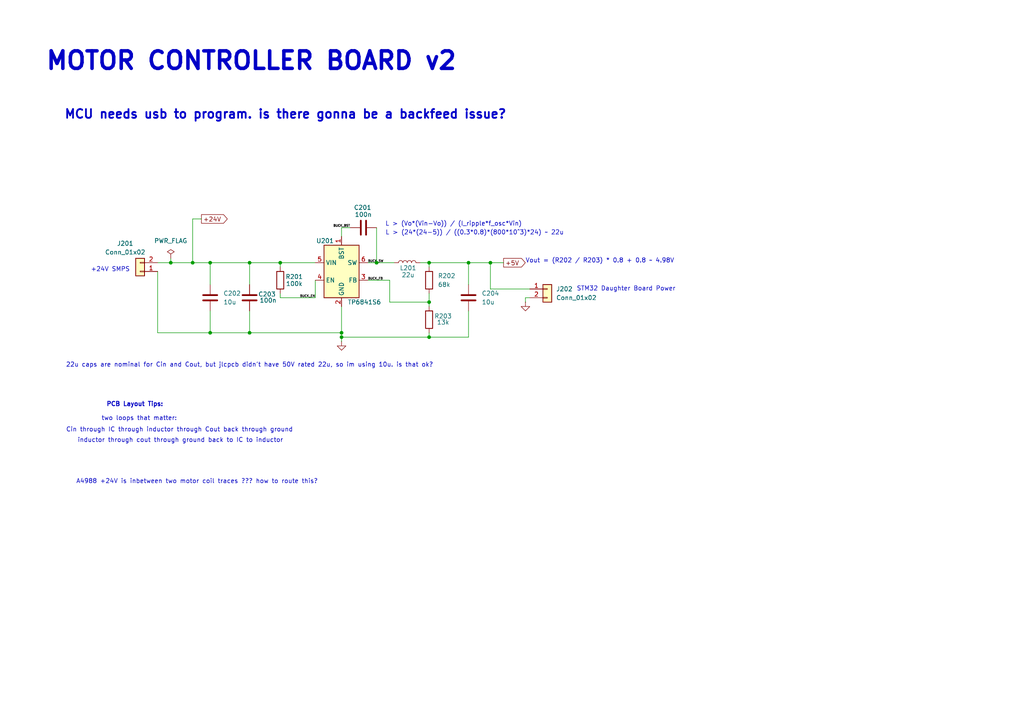
<source format=kicad_sch>
(kicad_sch (version 20250114) (generator "eeschema") (generator_version "9.0")
  (paper "A4")
  (lib_symbols
    (symbol "Connector_Generic:Conn_01x02" (pin_names (offset 1.016) (hide yes))
      (property "Reference" "J" (at 0 2.54 0))
      (property "Value" "Conn_01x02" (at 0 -5.08 0))
      (symbol "Conn_01x02_1_1"
        (rectangle (start -1.27 1.27) (end 1.27 -3.81) (stroke (width 0.254)) (fill (type background)))
        (rectangle (start -1.27 0.127) (end 0 -0.127) (stroke (width 0.1524)))
        (rectangle (start -1.27 -2.413) (end 0 -2.667) (stroke (width 0.1524)))
        (pin passive line (at -5.08 0 0) (length 3.81) (name "Pin_1") (number "1"))
        (pin passive line (at -5.08 -2.54 0) (length 3.81) (name "Pin_2") (number "2"))
      )
    )
    (symbol "Device:C" (pin_numbers (hide yes)) (pin_names (offset 0.254))
      (property "Reference" "C" (at 0.635 2.54 0))
      (property "Value" "C" (at 0.635 -2.54 0))
      (symbol "C_0_1"
        (polyline (pts (xy -2.032 0.762) (xy 2.032 0.762)) (stroke (width 0.508)))
        (polyline (pts (xy -2.032 -0.762) (xy 2.032 -0.762)) (stroke (width 0.508)))
      )
      (symbol "C_1_1"
        (pin passive line (at 0 3.81 270) (length 2.794) (name "~") (number "1"))
        (pin passive line (at 0 -3.81 90) (length 2.794) (name "~") (number "2"))
      )
    )
    (symbol "Device:L" (pin_numbers (hide yes)) (pin_names (offset 1.016) (hide yes))
      (property "Reference" "L" (at -1.27 0 90))
      (property "Value" "L" (at 1.905 0 90))
      (symbol "L_0_1"
        (arc (start 0 2.54) (mid 0.6323 1.905) (end 0 1.27))
        (arc (start 0 1.27) (mid 0.6323 0.635) (end 0 0))
        (arc (start 0 0) (mid 0.6323 -0.635) (end 0 -1.27))
        (arc (start 0 -1.27) (mid 0.6323 -1.905) (end 0 -2.54))
      )
      (symbol "L_1_1"
        (pin passive line (at 0 3.81 270) (length 1.27) (name "1") (number "1"))
        (pin passive line (at 0 -3.81 90) (length 1.27) (name "2") (number "2"))
      )
    )
    (symbol "Device:R" (pin_numbers (hide yes)) (pin_names (offset 0))
      (property "Reference" "R" (at 2.032 0 90))
      (property "Value" "R" (at 0 0 90))
      (symbol "R_0_1"
        (rectangle (start -1.016 -2.54) (end 1.016 2.54) (stroke (width 0.254)))
      )
      (symbol "R_1_1"
        (pin passive line (at 0 3.81 270) (length 1.27) (name "~") (number "1"))
        (pin passive line (at 0 -3.81 90) (length 1.27) (name "~") (number "2"))
      )
    )
    (symbol "dorjee symbols:TP6841S6"
      (property "Reference" "U" (at -5.842 7.366 0))
      (property "Value" "TP6841S6" (at -0.762 -10.16 0))
      (symbol "TP6841S6_0_1"
        (rectangle (start -6.35 6.35) (end 3.81 -8.89) (stroke (width 0.254)) (fill (type background)))
      )
      (symbol "TP6841S6_1_1"
        (pin power_in line (at -8.89 1.27 0) (length 2.54) (name "VIN") (number "5"))
        (pin input line (at -8.89 -3.81 0) (length 2.54) (name "EN") (number "4"))
        (pin passive line (at -1.27 8.89 270) (length 2.54) (name "BST") (number "1"))
        (pin power_in line (at -1.27 -11.43 90) (length 2.54) (name "GND") (number "2"))
        (pin output line (at 6.35 1.27 180) (length 2.54) (name "SW") (number "6"))
        (pin input line (at 6.35 -3.81 180) (length 2.54) (name "FB") (number "3"))
      )
    )
    (symbol "power:GND" (power) (pin_numbers (hide yes)) (pin_names (offset 0) (hide yes))
      (property "Value" "GND" (at 0 -3.81 0))
      (symbol "GND_0_1"
        (polyline (pts (xy 0 0) (xy 0 -1.27) (xy 1.27 -1.27) (xy 0 -2.54) (xy -1.27 -1.27) (xy 0 -1.27)))
      )
      (symbol "GND_1_1"
        (pin power_in line (at 0 0 270) (length 0) (name "~") (number "1"))
      )
    )
    (symbol "power:PWR_FLAG" (power) (pin_numbers (hide yes)) (pin_names (offset 0) (hide yes))
      (property "Value" "PWR_FLAG" (at 0 3.81 0))
      (symbol "PWR_FLAG_0_0"
        (pin power_out line (at 0 0 90) (length 0) (name "~") (number "1"))
      )
      (symbol "PWR_FLAG_0_1"
        (polyline (pts (xy 0 0) (xy 0 1.27) (xy -1.016 1.905) (xy 0 2.54) (xy 1.016 1.905) (xy 0 1.27)))
      )
    )
  )
  (text "A4988 +24V is inbetween two motor coil traces ??? how to route this?\n" (at 57.15 139.7 0) (effects (font (size 1.27 1.27))))
  (text "+24V SMPS" (at 32.004 78.232 0) (effects (font (size 1.27 1.27))))
  (text "L > (24*(24-5)) / ((0.3*0.8)*(800*10^3)*24) ~ 22u" (at 137.668 67.564 0) (effects (font (size 1.27 1.27))))
  (text "PCB Layout Tips:" (at 39.116 117.348 0) (effects (font (size 1.27 1.27) (thickness 0.254) (bold yes))))
  (text "two loops that matter:" (at 40.386 121.412 0) (effects (font (size 1.27 1.27) (thickness 0.1588))))
  (text "Vout = (R202 / R203) * 0.8 + 0.8 ~ 4.98V" (at 173.99 75.692 0) (effects (font (size 1.27 1.27) (thickness 0.1588))))
  (text "22u caps are nominal for Cin and Cout, but jlcpcb didn't have 50V rated 22u, so im using 10u. is that ok?" (at 72.39 105.918 0) (effects (font (size 1.27 1.27) (thickness 0.1588))))
  (text "MCU needs usb to program. is there gonna be a backfeed issue?" (at 82.804 33.274 0) (effects (font (size 2.54 2.54) (thickness 0.508) (bold yes))))
  (text "MOTOR CONTROLLER BOARD v2" (at 72.898 17.78 0) (effects (font (size 5.08 5.08) (thickness 1.016) (bold yes))))
  (text "STM32 Daughter Board Power" (at 181.61 83.82 0) (effects (font (size 1.27 1.27))))
  (text "inductor through cout through ground back to IC to inductor" (at 52.324 127.762 0) (effects (font (size 1.27 1.27) (thickness 0.1588))))
  (text "L > (Vo*(Vin-Vo)) / (I_ripple*f_osc*Vin)" (at 131.572 65.024 0) (effects (font (size 1.27 1.27) (thickness 0.1588))))
  (text "Cin through IC through inductor through Cout back through ground" (at 52.07 124.714 0) (effects (font (size 1.27 1.27) (thickness 0.1588))))
  (junction (at 142.24 76.2))
  (junction (at 81.28 76.2))
  (junction (at 99.06 96.52))
  (junction (at 60.96 96.52))
  (junction (at 49.53 76.2))
  (junction (at 135.89 76.2))
  (junction (at 124.46 76.2))
  (junction (at 72.39 96.52))
  (junction (at 124.46 97.79))
  (junction (at 124.46 87.63))
  (junction (at 60.96 76.2))
  (junction (at 109.22 76.2))
  (junction (at 72.39 76.2))
  (junction (at 55.88 76.2))
  (junction (at 99.06 97.79))
  (wire (pts (xy 135.89 76.2) (xy 135.89 82.55)))
  (wire (pts (xy 60.96 76.2) (xy 60.96 82.55)))
  (wire (pts (xy 142.24 83.82) (xy 153.67 83.82)))
  (wire (pts (xy 135.89 90.17) (xy 135.89 97.79)))
  (wire (pts (xy 81.28 76.2) (xy 91.44 76.2)))
  (wire (pts (xy 124.46 77.47) (xy 124.46 76.2)))
  (wire (pts (xy 106.68 81.28) (xy 113.03 81.28)))
  (wire (pts (xy 99.06 66.04) (xy 99.06 68.58)))
  (wire (pts (xy 152.4 86.36) (xy 152.4 87.63)))
  (wire (pts (xy 124.46 87.63) (xy 124.46 88.9)))
  (wire (pts (xy 81.28 85.09) (xy 81.28 86.36)))
  (wire (pts (xy 109.22 76.2) (xy 114.3 76.2)))
  (wire (pts (xy 60.96 96.52) (xy 72.39 96.52)))
  (wire (pts (xy 45.72 76.2) (xy 49.53 76.2)))
  (wire (pts (xy 124.46 96.52) (xy 124.46 97.79)))
  (wire (pts (xy 45.72 96.52) (xy 60.96 96.52)))
  (wire (pts (xy 81.28 76.2) (xy 81.28 77.47)))
  (wire (pts (xy 124.46 76.2) (xy 121.92 76.2)))
  (wire (pts (xy 113.03 81.28) (xy 113.03 87.63)))
  (wire (pts (xy 49.53 76.2) (xy 55.88 76.2)))
  (wire (pts (xy 45.72 78.74) (xy 45.72 96.52)))
  (wire (pts (xy 124.46 87.63) (xy 124.46 85.09)))
  (wire (pts (xy 101.6 66.04) (xy 99.06 66.04)))
  (wire (pts (xy 106.68 76.2) (xy 109.22 76.2)))
  (wire (pts (xy 99.06 97.79) (xy 124.46 97.79)))
  (wire (pts (xy 135.89 76.2) (xy 142.24 76.2)))
  (wire (pts (xy 135.89 97.79) (xy 124.46 97.79)))
  (wire (pts (xy 99.06 96.52) (xy 99.06 97.79)))
  (wire (pts (xy 153.67 86.36) (xy 152.4 86.36)))
  (wire (pts (xy 72.39 96.52) (xy 99.06 96.52)))
  (wire (pts (xy 124.46 76.2) (xy 135.89 76.2)))
  (wire (pts (xy 99.06 88.9) (xy 99.06 96.52)))
  (wire (pts (xy 99.06 97.79) (xy 99.06 99.06)))
  (wire (pts (xy 109.22 76.2) (xy 109.22 66.04)))
  (wire (pts (xy 91.44 81.28) (xy 91.44 86.36)))
  (wire (pts (xy 142.24 76.2) (xy 142.24 83.82)))
  (wire (pts (xy 55.88 63.5) (xy 58.42 63.5)))
  (wire (pts (xy 113.03 87.63) (xy 124.46 87.63)))
  (wire (pts (xy 60.96 76.2) (xy 72.39 76.2)))
  (wire (pts (xy 55.88 76.2) (xy 55.88 63.5)))
  (wire (pts (xy 91.44 86.36) (xy 81.28 86.36)))
  (wire (pts (xy 60.96 90.17) (xy 60.96 96.52)))
  (wire (pts (xy 72.39 76.2) (xy 81.28 76.2)))
  (wire (pts (xy 72.39 90.17) (xy 72.39 96.52)))
  (wire (pts (xy 55.88 76.2) (xy 60.96 76.2)))
  (wire (pts (xy 49.53 74.93) (xy 49.53 76.2)))
  (wire (pts (xy 72.39 76.2) (xy 72.39 82.55)))
  (wire (pts (xy 142.24 76.2) (xy 146.05 76.2)))
  (label "BUCK_SW" (at 106.68 76.2 0) (effects (font (size 0.635 0.635))))
  (label "BUCK_BST" (at 101.6 66.04 180) (effects (font (size 0.635 0.635) (thickness 0.254) (bold yes))))
  (label "BUCK_EN" (at 91.44 86.36 180) (effects (font (size 0.635 0.635))))
  (label "BUCK_FB" (at 106.68 81.28 0) (effects (font (size 0.635 0.635))))
  (global_label "+5V" (shape output) (at 146.05 76.2 0) (property "Intersheetrefs" "${INTERSHEET_REFS}" (effects (hide yes))))
  (global_label "+24V" (shape output) (at 58.42 63.5 0) (property "Intersheetrefs" "${INTERSHEET_REFS}" (effects (hide yes))))
  (symbol (lib_id "power:GND") (at 152.4 87.63 0) (unit 1)
    (property "Reference" "#PWR0202" (effects (hide yes)))
    (property "Value" "GND" (effects (hide yes)))
    (property "Description" "Power symbol creates a global label with name \"GND\" , ground" (effects (hide yes)))
  )
  (symbol (lib_id "Device:L") (at 118.11 76.2 90) (unit 1)
    (property "Reference" "L201" (at 118.364 77.724 90))
    (property "Value" "22u" (at 118.364 79.756 90))
    (property "Footprint" "Inductor_SMD:L_10.4x10.4_H4.8" (effects (hide yes)))
    (property "Description" "Inductor" (effects (hide yes)))
    (property "Manufacturer" "SXN(Shun Xiang Nuo Elec)" (effects (hide yes)))
    (property "MPN" "SMDRH105R-220MT" (effects (hide yes)))
    (property "LCSC Part Number" "C10165" (effects (hide yes)))
  )
  (symbol (lib_id "Device:C") (at 72.39 86.36 180) (unit 1)
    (property "Reference" "C203" (at 80.01 85.344 0) (effects (justify left)))
    (property "Value" "100n" (at 80.264 87.122 0) (effects (justify left)))
    (property "Footprint" "Capacitor_SMD:C_0603_1608Metric" (effects (hide yes)))
    (property "Description" "Unpolarized capacitor" (effects (hide yes)))
    (property "Manufacturer" "YAGEO" (effects (hide yes)))
    (property "MPN" "CC0603KRX7R9BB104" (effects (hide yes)))
    (property "LCSC Part Number" "C14663" (effects (hide yes)))
  )
  (symbol (lib_id "Device:C") (at 105.41 66.04 270) (unit 1)
    (property "Reference" "C201" (at 102.616 60.198 90) (effects (justify left)))
    (property "Value" "100n" (at 102.87 62.23 90) (effects (justify left)))
    (property "Footprint" "Capacitor_SMD:C_0603_1608Metric" (effects (hide yes)))
    (property "Description" "Unpolarized capacitor" (effects (hide yes)))
    (property "Manufacturer" "YAGEO" (effects (hide yes)))
    (property "MPN" "CC0603KRX7R9BB104" (effects (hide yes)))
    (property "LCSC Part Number" "C14663" (effects (hide yes)))
  )
  (symbol (lib_id "power:GND") (at 99.06 99.06 0) (unit 1)
    (property "Reference" "#PWR0201" (effects (hide yes)))
    (property "Value" "GND" (effects (hide yes)))
    (property "Description" "Power symbol creates a global label with name \"GND\" , ground" (effects (hide yes)))
  )
  (symbol (lib_id "Connector_Generic:Conn_01x02") (at 40.64 78.74 180) (unit 1) (in_bom no)
    (property "Reference" "J201" (at 36.322 70.612 0))
    (property "Value" "Conn_01x02" (at 36.322 73.152 0))
    (property "Footprint" "TerminalBlock:TerminalBlock_bornier-2_P5.08mm" (effects (hide yes)))
    (property "Description" "Generic connector, single row, 01x02, script generated (kicad-library-utils/schlib/autogen/connector/)" (effects (hide yes)))
  )
  (symbol (lib_id "Device:C") (at 135.89 86.36 0) (unit 1)
    (property "Reference" "C204" (at 139.7 85.0899 0) (effects (justify left)))
    (property "Value" "10u" (at 139.7 87.6299 0) (effects (justify left)))
    (property "Footprint" "Capacitor_SMD:C_0805_2012Metric" (effects (hide yes)))
    (property "Description" "Unpolarized capacitor" (effects (hide yes)))
    (property "Manufacturer" "Murata Electronics" (effects (hide yes)))
    (property "MPN" "GRM21BR61H106KE43L" (effects (hide yes)))
    (property "LCSC Part Number" "C440198" (effects (hide yes)))
  )
  (symbol (lib_id "power:PWR_FLAG") (at 49.53 74.93 0) (unit 1)
    (property "Reference" "#FLG0201" (effects (hide yes)))
    (property "Value" "PWR_FLAG" (at 49.53 69.85 0))
    (property "Description" "Special symbol for telling ERC where power comes from" (effects (hide yes)))
  )
  (symbol (lib_id "Device:R") (at 124.46 81.28 0) (unit 1)
    (property "Reference" "R202" (at 127 80.0099 0) (effects (justify left)))
    (property "Value" "68k" (at 127 82.5499 0) (effects (justify left)))
    (property "Footprint" "Resistor_SMD:R_0603_1608Metric" (effects (hide yes)))
    (property "Description" "Resistor" (effects (hide yes)))
    (property "Manufacturer" "UNI-ROYAL(Uniroyal Elec)" (effects (hide yes)))
    (property "MPN" "0603WAF6802T5E" (effects (hide yes)))
    (property "LCSC Part Number" "C23231" (effects (hide yes)))
  )
  (symbol (lib_id "Device:R") (at 81.28 81.28 0) (unit 1)
    (property "Reference" "R201" (at 85.344 80.264 0))
    (property "Value" "100k" (at 85.344 82.296 0))
    (property "Footprint" "Resistor_SMD:R_0603_1608Metric" (effects (hide yes)))
    (property "Description" "Resistor" (effects (hide yes)))
    (property "Manufacturer" "UNI-ROYAL(Uniroyal Elec)" (effects (hide yes)))
    (property "MPN" "0603WAF1003T5E" (effects (hide yes)))
    (property "LCSC Part Number" "C25803" (effects (hide yes)))
  )
  (symbol (lib_id "Device:C") (at 60.96 86.36 0) (unit 1)
    (property "Reference" "C202" (at 64.77 85.0899 0) (effects (justify left)))
    (property "Value" "10u" (at 64.77 87.6299 0) (effects (justify left)))
    (property "Footprint" "Capacitor_SMD:C_0805_2012Metric" (effects (hide yes)))
    (property "Description" "Unpolarized capacitor" (effects (hide yes)))
    (property "Manufacturer" "Murata Electronics" (effects (hide yes)))
    (property "MPN" "GRM21BR61H106KE43L" (effects (hide yes)))
    (property "LCSC Part Number" "C440198" (effects (hide yes)))
  )
  (symbol (lib_id "Device:R") (at 124.46 92.71 180) (unit 1)
    (property "Reference" "R203" (at 128.524 91.694 0))
    (property "Value" "13k" (at 128.524 93.472 0))
    (property "Footprint" "Resistor_SMD:R_0603_1608Metric" (effects (hide yes)))
    (property "Description" "Resistor" (effects (hide yes)))
    (property "Manufacturer" "UNI-ROYAL(Uniroyal Elec)" (effects (hide yes)))
    (property "MPN" "0603WAF1302T5E" (effects (hide yes)))
    (property "LCSC Part Number" "C22797" (effects (hide yes)))
  )
  (symbol (lib_id "Connector_Generic:Conn_01x02") (at 158.75 83.82 0) (unit 1)
    (property "Reference" "J202" (at 161.29 83.8199 0) (effects (justify left)))
    (property "Value" "Conn_01x02" (at 161.29 86.3599 0) (effects (justify left)))
    (property "Footprint" "Connector_PinHeader_2.54mm:PinHeader_1x02_P2.54mm_Vertical" (effects (hide yes)))
    (property "Description" "Generic connector, single row, 01x02, script generated (kicad-library-utils/schlib/autogen/connector/)" (effects (hide yes)))
  )
  (symbol (lib_id "dorjee symbols:TP6841S6") (at 100.33 77.47 0) (unit 1)
    (property "Reference" "U201" (at 91.694 69.85 0) (effects (justify left)))
    (property "Value" "TP6841S6" (at 100.838 87.63 0) (effects (justify left)))
    (property "Footprint" "Package_TO_SOT_SMD:SOT-23-6" (effects (hide yes)))
    (property "Datasheet" "https://jlcpcb.com/api/file/downloadByFileSystemAccessId/8588919820586377216" (effects (hide yes)))
    (property "Description" "800mA Synchronous Step-Down Voltage Regulator, 5V Output Voltage, 4.5-40V Input Voltage, SOT-23-6" (effects (hide yes)))
    (property "Manufacturer" "TECH PUBLIC" (effects (hide yes)))
    (property "MPN" "TP6841S6-A" (effects (hide yes)))
    (property "LCSC Part Number" "C2844924" (effects (hide yes)))
  )
)
</source>
